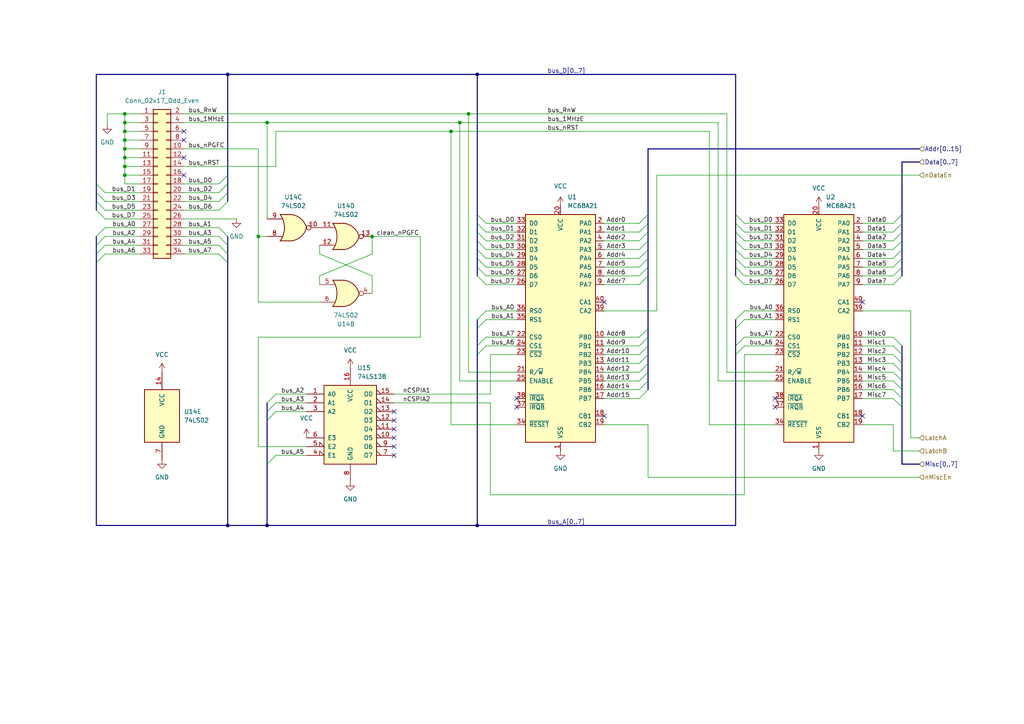
<source format=kicad_sch>
(kicad_sch (version 20211123) (generator eeschema)
  (paper "A4")
  (lib_symbols
    (symbol "74xx:74LS02" (pin_names (offset 1.016))
      (property "Reference" "U" (at 0 1.27 0))
      (property "Value" "74LS02" (at 0 -1.27 0))
      (symbol "74LS02_1_1"
        (arc (start -3.81 -3.81) (mid -2.589 0) (end -3.81 3.81) (stroke (width 0.254)))
        (arc (start -0.6096 -3.81) (mid 2.1842 -2.5851) (end 3.81 0) (stroke (width 0.254)) (fill (type background)))
        (polyline (pts (xy -3.81 -3.81) (xy -0.635 -3.81)) (stroke (width 0.254)) (fill (type background)))
        (polyline (pts (xy -3.81 3.81) (xy -0.635 3.81)) (stroke (width 0.254)) (fill (type background)))
        (polyline (pts (xy -0.635 3.81) (xy -3.81 3.81) (xy -3.81 3.81) (xy -3.556 3.4036) (xy -3.0226 2.2606) (xy -2.6924 1.0414) (xy -2.6162 -0.254) (xy -2.7686 -1.4986) (xy -3.175 -2.7178) (xy -3.81 -3.81) (xy -3.81 -3.81) (xy -0.635 -3.81)) (stroke (width -25.4)) (fill (type background)))
        (arc (start 3.81 0) (mid 2.1915 2.5936) (end -0.6096 3.81) (stroke (width 0.254)) (fill (type background)))
        (pin output inverted (at 7.62 0 180) (length 3.81) (name "~") (number "1"))
        (pin input line (at -7.62 2.54 0) (length 4.318) (name "~") (number "2"))
        (pin input line (at -7.62 -2.54 0) (length 4.318) (name "~") (number "3"))
      )
      (symbol "74LS02_1_2"
        (arc (start 0 -3.81) (mid 3.81 0) (end 0 3.81) (stroke (width 0.254)) (fill (type background)))
        (polyline (pts (xy 0 3.81) (xy -3.81 3.81) (xy -3.81 -3.81) (xy 0 -3.81)) (stroke (width 0.254)) (fill (type background)))
        (pin output line (at 7.62 0 180) (length 3.81) (name "~") (number "1"))
        (pin input inverted (at -7.62 2.54 0) (length 3.81) (name "~") (number "2"))
        (pin input inverted (at -7.62 -2.54 0) (length 3.81) (name "~") (number "3"))
      )
      (symbol "74LS02_2_1"
        (arc (start -3.81 -3.81) (mid -2.589 0) (end -3.81 3.81) (stroke (width 0.254)))
        (arc (start -0.6096 -3.81) (mid 2.1842 -2.5851) (end 3.81 0) (stroke (width 0.254)) (fill (type background)))
        (polyline (pts (xy -3.81 -3.81) (xy -0.635 -3.81)) (stroke (width 0.254)) (fill (type background)))
        (polyline (pts (xy -3.81 3.81) (xy -0.635 3.81)) (stroke (width 0.254)) (fill (type background)))
        (polyline (pts (xy -0.635 3.81) (xy -3.81 3.81) (xy -3.81 3.81) (xy -3.556 3.4036) (xy -3.0226 2.2606) (xy -2.6924 1.0414) (xy -2.6162 -0.254) (xy -2.7686 -1.4986) (xy -3.175 -2.7178) (xy -3.81 -3.81) (xy -3.81 -3.81) (xy -0.635 -3.81)) (stroke (width -25.4)) (fill (type background)))
        (arc (start 3.81 0) (mid 2.1915 2.5936) (end -0.6096 3.81) (stroke (width 0.254)) (fill (type background)))
        (pin output inverted (at 7.62 0 180) (length 3.81) (name "~") (number "4"))
        (pin input line (at -7.62 2.54 0) (length 4.318) (name "~") (number "5"))
        (pin input line (at -7.62 -2.54 0) (length 4.318) (name "~") (number "6"))
      )
      (symbol "74LS02_2_2"
        (arc (start 0 -3.81) (mid 3.81 0) (end 0 3.81) (stroke (width 0.254)) (fill (type background)))
        (polyline (pts (xy 0 3.81) (xy -3.81 3.81) (xy -3.81 -3.81) (xy 0 -3.81)) (stroke (width 0.254)) (fill (type background)))
        (pin output line (at 7.62 0 180) (length 3.81) (name "~") (number "4"))
        (pin input inverted (at -7.62 2.54 0) (length 3.81) (name "~") (number "5"))
        (pin input inverted (at -7.62 -2.54 0) (length 3.81) (name "~") (number "6"))
      )
      (symbol "74LS02_3_1"
        (arc (start -3.81 -3.81) (mid -2.589 0) (end -3.81 3.81) (stroke (width 0.254)))
        (arc (start -0.6096 -3.81) (mid 2.1842 -2.5851) (end 3.81 0) (stroke (width 0.254)) (fill (type background)))
        (polyline (pts (xy -3.81 -3.81) (xy -0.635 -3.81)) (stroke (width 0.254)) (fill (type background)))
        (polyline (pts (xy -3.81 3.81) (xy -0.635 3.81)) (stroke (width 0.254)) (fill (type background)))
        (polyline (pts (xy -0.635 3.81) (xy -3.81 3.81) (xy -3.81 3.81) (xy -3.556 3.4036) (xy -3.0226 2.2606) (xy -2.6924 1.0414) (xy -2.6162 -0.254) (xy -2.7686 -1.4986) (xy -3.175 -2.7178) (xy -3.81 -3.81) (xy -3.81 -3.81) (xy -0.635 -3.81)) (stroke (width -25.4)) (fill (type background)))
        (arc (start 3.81 0) (mid 2.1915 2.5936) (end -0.6096 3.81) (stroke (width 0.254)) (fill (type background)))
        (pin output inverted (at 7.62 0 180) (length 3.81) (name "~") (number "10"))
        (pin input line (at -7.62 2.54 0) (length 4.318) (name "~") (number "8"))
        (pin input line (at -7.62 -2.54 0) (length 4.318) (name "~") (number "9"))
      )
      (symbol "74LS02_3_2"
        (arc (start 0 -3.81) (mid 3.81 0) (end 0 3.81) (stroke (width 0.254)) (fill (type background)))
        (polyline (pts (xy 0 3.81) (xy -3.81 3.81) (xy -3.81 -3.81) (xy 0 -3.81)) (stroke (width 0.254)) (fill (type background)))
        (pin output line (at 7.62 0 180) (length 3.81) (name "~") (number "10"))
        (pin input inverted (at -7.62 2.54 0) (length 3.81) (name "~") (number "8"))
        (pin input inverted (at -7.62 -2.54 0) (length 3.81) (name "~") (number "9"))
      )
      (symbol "74LS02_4_1"
        (arc (start -3.81 -3.81) (mid -2.589 0) (end -3.81 3.81) (stroke (width 0.254)))
        (arc (start -0.6096 -3.81) (mid 2.1842 -2.5851) (end 3.81 0) (stroke (width 0.254)) (fill (type background)))
        (polyline (pts (xy -3.81 -3.81) (xy -0.635 -3.81)) (stroke (width 0.254)) (fill (type background)))
        (polyline (pts (xy -3.81 3.81) (xy -0.635 3.81)) (stroke (width 0.254)) (fill (type background)))
        (polyline (pts (xy -0.635 3.81) (xy -3.81 3.81) (xy -3.81 3.81) (xy -3.556 3.4036) (xy -3.0226 2.2606) (xy -2.6924 1.0414) (xy -2.6162 -0.254) (xy -2.7686 -1.4986) (xy -3.175 -2.7178) (xy -3.81 -3.81) (xy -3.81 -3.81) (xy -0.635 -3.81)) (stroke (width -25.4)) (fill (type background)))
        (arc (start 3.81 0) (mid 2.1915 2.5936) (end -0.6096 3.81) (stroke (width 0.254)) (fill (type background)))
        (pin input line (at -7.62 2.54 0) (length 4.318) (name "~") (number "11"))
        (pin input line (at -7.62 -2.54 0) (length 4.318) (name "~") (number "12"))
        (pin output inverted (at 7.62 0 180) (length 3.81) (name "~") (number "13"))
      )
      (symbol "74LS02_4_2"
        (arc (start 0 -3.81) (mid 3.81 0) (end 0 3.81) (stroke (width 0.254)) (fill (type background)))
        (polyline (pts (xy 0 3.81) (xy -3.81 3.81) (xy -3.81 -3.81) (xy 0 -3.81)) (stroke (width 0.254)) (fill (type background)))
        (pin input inverted (at -7.62 2.54 0) (length 3.81) (name "~") (number "11"))
        (pin input inverted (at -7.62 -2.54 0) (length 3.81) (name "~") (number "12"))
        (pin output line (at 7.62 0 180) (length 3.81) (name "~") (number "13"))
      )
      (symbol "74LS02_5_0"
        (pin power_in line (at 0 12.7 270) (length 5.08) (name "VCC") (number "14"))
        (pin power_in line (at 0 -12.7 90) (length 5.08) (name "GND") (number "7"))
      )
      (symbol "74LS02_5_1"
        (rectangle (start -5.08 7.62) (end 5.08 -7.62) (stroke (width 0.254)) (fill (type background)))
      )
    )
    (symbol "74xx:74LS138" (pin_names (offset 1.016))
      (property "Reference" "U" (at -7.62 11.43 0))
      (property "Value" "74LS138" (at -7.62 -13.97 0))
      (symbol "74LS138_1_0"
        (pin input line (at -12.7 7.62 0) (length 5.08) (name "A0") (number "1"))
        (pin output output_low (at 12.7 -5.08 180) (length 5.08) (name "O5") (number "10"))
        (pin output output_low (at 12.7 -2.54 180) (length 5.08) (name "O4") (number "11"))
        (pin output output_low (at 12.7 0 180) (length 5.08) (name "O3") (number "12"))
        (pin output output_low (at 12.7 2.54 180) (length 5.08) (name "O2") (number "13"))
        (pin output output_low (at 12.7 5.08 180) (length 5.08) (name "O1") (number "14"))
        (pin output output_low (at 12.7 7.62 180) (length 5.08) (name "O0") (number "15"))
        (pin power_in line (at 0 15.24 270) (length 5.08) (name "VCC") (number "16"))
        (pin input line (at -12.7 5.08 0) (length 5.08) (name "A1") (number "2"))
        (pin input line (at -12.7 2.54 0) (length 5.08) (name "A2") (number "3"))
        (pin input input_low (at -12.7 -10.16 0) (length 5.08) (name "E1") (number "4"))
        (pin input input_low (at -12.7 -7.62 0) (length 5.08) (name "E2") (number "5"))
        (pin input line (at -12.7 -5.08 0) (length 5.08) (name "E3") (number "6"))
        (pin output output_low (at 12.7 -10.16 180) (length 5.08) (name "O7") (number "7"))
        (pin power_in line (at 0 -17.78 90) (length 5.08) (name "GND") (number "8"))
        (pin output output_low (at 12.7 -7.62 180) (length 5.08) (name "O6") (number "9"))
      )
      (symbol "74LS138_1_1"
        (rectangle (start -7.62 10.16) (end 7.62 -12.7) (stroke (width 0.254)) (fill (type background)))
      )
    )
    (symbol "Connector_Generic:Conn_02x17_Odd_Even" (pin_names (offset 1.016) hide)
      (property "Reference" "J" (at 1.27 22.86 0))
      (property "Value" "Conn_02x17_Odd_Even" (at 1.27 -22.86 0))
      (symbol "Conn_02x17_Odd_Even_1_1"
        (rectangle (start -1.27 -20.193) (end 0 -20.447) (stroke (width 0.1524)))
        (rectangle (start -1.27 -17.653) (end 0 -17.907) (stroke (width 0.1524)))
        (rectangle (start -1.27 -15.113) (end 0 -15.367) (stroke (width 0.1524)))
        (rectangle (start -1.27 -12.573) (end 0 -12.827) (stroke (width 0.1524)))
        (rectangle (start -1.27 -10.033) (end 0 -10.287) (stroke (width 0.1524)))
        (rectangle (start -1.27 -7.493) (end 0 -7.747) (stroke (width 0.1524)))
        (rectangle (start -1.27 -4.953) (end 0 -5.207) (stroke (width 0.1524)))
        (rectangle (start -1.27 -2.413) (end 0 -2.667) (stroke (width 0.1524)))
        (rectangle (start -1.27 0.127) (end 0 -0.127) (stroke (width 0.1524)))
        (rectangle (start -1.27 2.667) (end 0 2.413) (stroke (width 0.1524)))
        (rectangle (start -1.27 5.207) (end 0 4.953) (stroke (width 0.1524)))
        (rectangle (start -1.27 7.747) (end 0 7.493) (stroke (width 0.1524)))
        (rectangle (start -1.27 10.287) (end 0 10.033) (stroke (width 0.1524)))
        (rectangle (start -1.27 12.827) (end 0 12.573) (stroke (width 0.1524)))
        (rectangle (start -1.27 15.367) (end 0 15.113) (stroke (width 0.1524)))
        (rectangle (start -1.27 17.907) (end 0 17.653) (stroke (width 0.1524)))
        (rectangle (start -1.27 20.447) (end 0 20.193) (stroke (width 0.1524)))
        (rectangle (start -1.27 21.59) (end 3.81 -21.59) (stroke (width 0.254)) (fill (type background)))
        (rectangle (start 3.81 -20.193) (end 2.54 -20.447) (stroke (width 0.1524)))
        (rectangle (start 3.81 -17.653) (end 2.54 -17.907) (stroke (width 0.1524)))
        (rectangle (start 3.81 -15.113) (end 2.54 -15.367) (stroke (width 0.1524)))
        (rectangle (start 3.81 -12.573) (end 2.54 -12.827) (stroke (width 0.1524)))
        (rectangle (start 3.81 -10.033) (end 2.54 -10.287) (stroke (width 0.1524)))
        (rectangle (start 3.81 -7.493) (end 2.54 -7.747) (stroke (width 0.1524)))
        (rectangle (start 3.81 -4.953) (end 2.54 -5.207) (stroke (width 0.1524)))
        (rectangle (start 3.81 -2.413) (end 2.54 -2.667) (stroke (width 0.1524)))
        (rectangle (start 3.81 0.127) (end 2.54 -0.127) (stroke (width 0.1524)))
        (rectangle (start 3.81 2.667) (end 2.54 2.413) (stroke (width 0.1524)))
        (rectangle (start 3.81 5.207) (end 2.54 4.953) (stroke (width 0.1524)))
        (rectangle (start 3.81 7.747) (end 2.54 7.493) (stroke (width 0.1524)))
        (rectangle (start 3.81 10.287) (end 2.54 10.033) (stroke (width 0.1524)))
        (rectangle (start 3.81 12.827) (end 2.54 12.573) (stroke (width 0.1524)))
        (rectangle (start 3.81 15.367) (end 2.54 15.113) (stroke (width 0.1524)))
        (rectangle (start 3.81 17.907) (end 2.54 17.653) (stroke (width 0.1524)))
        (rectangle (start 3.81 20.447) (end 2.54 20.193) (stroke (width 0.1524)))
        (pin passive line (at -5.08 20.32 0) (length 3.81) (name "Pin_1") (number "1"))
        (pin passive line (at 7.62 10.16 180) (length 3.81) (name "Pin_10") (number "10"))
        (pin passive line (at -5.08 7.62 0) (length 3.81) (name "Pin_11") (number "11"))
        (pin passive line (at 7.62 7.62 180) (length 3.81) (name "Pin_12") (number "12"))
        (pin passive line (at -5.08 5.08 0) (length 3.81) (name "Pin_13") (number "13"))
        (pin passive line (at 7.62 5.08 180) (length 3.81) (name "Pin_14") (number "14"))
        (pin passive line (at -5.08 2.54 0) (length 3.81) (name "Pin_15") (number "15"))
        (pin passive line (at 7.62 2.54 180) (length 3.81) (name "Pin_16") (number "16"))
        (pin passive line (at -5.08 0 0) (length 3.81) (name "Pin_17") (number "17"))
        (pin passive line (at 7.62 0 180) (length 3.81) (name "Pin_18") (number "18"))
        (pin passive line (at -5.08 -2.54 0) (length 3.81) (name "Pin_19") (number "19"))
        (pin passive line (at 7.62 20.32 180) (length 3.81) (name "Pin_2") (number "2"))
        (pin passive line (at 7.62 -2.54 180) (length 3.81) (name "Pin_20") (number "20"))
        (pin passive line (at -5.08 -5.08 0) (length 3.81) (name "Pin_21") (number "21"))
        (pin passive line (at 7.62 -5.08 180) (length 3.81) (name "Pin_22") (number "22"))
        (pin passive line (at -5.08 -7.62 0) (length 3.81) (name "Pin_23") (number "23"))
        (pin passive line (at 7.62 -7.62 180) (length 3.81) (name "Pin_24") (number "24"))
        (pin passive line (at -5.08 -10.16 0) (length 3.81) (name "Pin_25") (number "25"))
        (pin passive line (at 7.62 -10.16 180) (length 3.81) (name "Pin_26") (number "26"))
        (pin passive line (at -5.08 -12.7 0) (length 3.81) (name "Pin_27") (number "27"))
        (pin passive line (at 7.62 -12.7 180) (length 3.81) (name "Pin_28") (number "28"))
        (pin passive line (at -5.08 -15.24 0) (length 3.81) (name "Pin_29") (number "29"))
        (pin passive line (at -5.08 17.78 0) (length 3.81) (name "Pin_3") (number "3"))
        (pin passive line (at 7.62 -15.24 180) (length 3.81) (name "Pin_30") (number "30"))
        (pin passive line (at -5.08 -17.78 0) (length 3.81) (name "Pin_31") (number "31"))
        (pin passive line (at 7.62 -17.78 180) (length 3.81) (name "Pin_32") (number "32"))
        (pin passive line (at -5.08 -20.32 0) (length 3.81) (name "Pin_33") (number "33"))
        (pin passive line (at 7.62 -20.32 180) (length 3.81) (name "Pin_34") (number "34"))
        (pin passive line (at 7.62 17.78 180) (length 3.81) (name "Pin_4") (number "4"))
        (pin passive line (at -5.08 15.24 0) (length 3.81) (name "Pin_5") (number "5"))
        (pin passive line (at 7.62 15.24 180) (length 3.81) (name "Pin_6") (number "6"))
        (pin passive line (at -5.08 12.7 0) (length 3.81) (name "Pin_7") (number "7"))
        (pin passive line (at 7.62 12.7 180) (length 3.81) (name "Pin_8") (number "8"))
        (pin passive line (at -5.08 10.16 0) (length 3.81) (name "Pin_9") (number "9"))
      )
    )
    (symbol "Interface:MC68A21" (pin_names (offset 1.016))
      (property "Reference" "U" (at -7.62 34.29 0))
      (property "Value" "MC68A21" (at 10.16 34.29 0))
      (symbol "MC68A21_0_1"
        (rectangle (start -10.16 -33.02) (end 10.16 33.02) (stroke (width 0.254)) (fill (type background)))
      )
      (symbol "MC68A21_1_1"
        (pin power_in line (at 0 -35.56 90) (length 2.54) (name "VSS") (number "1"))
        (pin bidirectional line (at 12.7 -2.54 180) (length 2.54) (name "PB0") (number "10"))
        (pin bidirectional line (at 12.7 -5.08 180) (length 2.54) (name "PB1") (number "11"))
        (pin bidirectional line (at 12.7 -7.62 180) (length 2.54) (name "PB2") (number "12"))
        (pin bidirectional line (at 12.7 -10.16 180) (length 2.54) (name "PB3") (number "13"))
        (pin bidirectional line (at 12.7 -12.7 180) (length 2.54) (name "PB4") (number "14"))
        (pin bidirectional line (at 12.7 -15.24 180) (length 2.54) (name "PB5") (number "15"))
        (pin bidirectional line (at 12.7 -17.78 180) (length 2.54) (name "PB6") (number "16"))
        (pin bidirectional line (at 12.7 -20.32 180) (length 2.54) (name "PB7") (number "17"))
        (pin input line (at 12.7 -25.4 180) (length 2.54) (name "CB1") (number "18"))
        (pin bidirectional line (at 12.7 -27.94 180) (length 2.54) (name "CB2") (number "19"))
        (pin bidirectional line (at 12.7 30.48 180) (length 2.54) (name "PA0") (number "2"))
        (pin power_in line (at 0 35.56 270) (length 2.54) (name "VCC") (number "20"))
        (pin input line (at -12.7 -12.7 0) (length 2.54) (name "R/~{W}") (number "21"))
        (pin input line (at -12.7 -2.54 0) (length 2.54) (name "CS0") (number "22"))
        (pin input line (at -12.7 -7.62 0) (length 2.54) (name "~{CS2}") (number "23"))
        (pin input line (at -12.7 -5.08 0) (length 2.54) (name "CS1") (number "24"))
        (pin input line (at -12.7 -15.24 0) (length 2.54) (name "ENABLE") (number "25"))
        (pin bidirectional line (at -12.7 12.7 0) (length 2.54) (name "D7") (number "26"))
        (pin bidirectional line (at -12.7 15.24 0) (length 2.54) (name "D6") (number "27"))
        (pin bidirectional line (at -12.7 17.78 0) (length 2.54) (name "D5") (number "28"))
        (pin bidirectional line (at -12.7 20.32 0) (length 2.54) (name "D4") (number "29"))
        (pin bidirectional line (at 12.7 27.94 180) (length 2.54) (name "PA1") (number "3"))
        (pin bidirectional line (at -12.7 22.86 0) (length 2.54) (name "D3") (number "30"))
        (pin bidirectional line (at -12.7 25.4 0) (length 2.54) (name "D2") (number "31"))
        (pin bidirectional line (at -12.7 27.94 0) (length 2.54) (name "D1") (number "32"))
        (pin bidirectional line (at -12.7 30.48 0) (length 2.54) (name "D0") (number "33"))
        (pin input line (at -12.7 -27.94 0) (length 2.54) (name "~{RESET}") (number "34"))
        (pin input line (at -12.7 2.54 0) (length 2.54) (name "RS1") (number "35"))
        (pin input line (at -12.7 5.08 0) (length 2.54) (name "RS0") (number "36"))
        (pin open_collector line (at -12.7 -22.86 0) (length 2.54) (name "~{IRQB}") (number "37"))
        (pin open_collector line (at -12.7 -20.32 0) (length 2.54) (name "~{IRQA}") (number "38"))
        (pin bidirectional line (at 12.7 5.08 180) (length 2.54) (name "CA2") (number "39"))
        (pin bidirectional line (at 12.7 25.4 180) (length 2.54) (name "PA2") (number "4"))
        (pin input line (at 12.7 7.62 180) (length 2.54) (name "CA1") (number "40"))
        (pin bidirectional line (at 12.7 22.86 180) (length 2.54) (name "PA3") (number "5"))
        (pin bidirectional line (at 12.7 20.32 180) (length 2.54) (name "PA4") (number "6"))
        (pin bidirectional line (at 12.7 17.78 180) (length 2.54) (name "PA5") (number "7"))
        (pin bidirectional line (at 12.7 15.24 180) (length 2.54) (name "PA6") (number "8"))
        (pin bidirectional line (at 12.7 12.7 180) (length 2.54) (name "PA7") (number "9"))
      )
    )
    (symbol "power:GND" (power) (pin_names (offset 0))
      (property "Value" "GND" (at 0 -3.81 0))
      (symbol "GND_0_1"
        (polyline (pts (xy 0 0) (xy 0 -1.27) (xy 1.27 -1.27) (xy 0 -2.54) (xy -1.27 -1.27) (xy 0 -1.27)))
      )
      (symbol "GND_1_1"
        (pin power_in line (at 0 0 270) (length 0) hide (name "GND") (number "1"))
      )
    )
    (symbol "power:VCC" (power) (pin_names (offset 0))
      (property "Value" "VCC" (at 0 3.81 0))
      (symbol "VCC_0_1"
        (polyline (pts (xy -0.762 1.27) (xy 0 2.54)))
        (polyline (pts (xy 0 0) (xy 0 2.54)))
        (polyline (pts (xy 0 2.54) (xy 0.762 1.27)))
      )
      (symbol "VCC_1_1"
        (pin power_in line (at 0 0 90) (length 0) hide (name "VCC") (number "1"))
      )
    )
  )
  (junction (at 36.195 38.1))
  (junction (at 36.195 50.8))
  (junction (at 107.95 68.58))
  (junction (at 66.04 21.59))
  (junction (at 130.81 38.1))
  (junction (at 36.195 48.26))
  (junction (at 135.89 33.02))
  (junction (at 36.195 40.64))
  (junction (at 66.04 152.4))
  (junction (at 74.93 68.58))
  (junction (at 138.43 21.59))
  (junction (at 36.195 35.56))
  (junction (at 138.43 152.4))
  (junction (at 77.47 152.4))
  (junction (at 133.35 35.56))
  (junction (at 36.195 45.72))
  (junction (at 36.195 43.18))
  (junction (at 77.47 35.56))
  (junction (at 36.195 33.02))
  (no_connect (at 53.34 45.72))
  (no_connect (at 149.86 115.57))
  (no_connect (at 175.26 87.63))
  (no_connect (at 149.86 118.11))
  (no_connect (at 114.3 121.92))
  (no_connect (at 53.34 38.1))
  (no_connect (at 53.34 50.8))
  (no_connect (at 114.3 127))
  (no_connect (at 224.79 118.11))
  (no_connect (at 114.3 119.38))
  (no_connect (at 114.3 132.08))
  (no_connect (at 114.3 124.46))
  (no_connect (at 250.19 87.63))
  (no_connect (at 114.3 129.54))
  (no_connect (at 224.79 115.57))
  (no_connect (at 53.34 40.64))
  (no_connect (at 175.26 120.65))
  (no_connect (at 250.19 120.65))
  (bus_entry (at 213.36 80.01) (size 2.54 2.54))
  (bus_entry (at 187.96 113.03) (size -2.54 2.54))
  (bus_entry (at 27.94 73.66) (size 2.54 -2.54))
  (bus_entry (at 27.94 76.2) (size 2.54 -2.54))
  (bus_entry (at 213.36 100.33) (size 2.54 -2.54))
  (bus_entry (at 138.43 80.01) (size 2.54 2.54))
  (bus_entry (at 187.96 72.39) (size -2.54 2.54))
  (bus_entry (at 77.47 121.92) (size 2.54 -2.54))
  (bus_entry (at 187.96 74.93) (size -2.54 2.54))
  (bus_entry (at 213.36 74.93) (size 2.54 2.54))
  (bus_entry (at 138.43 72.39) (size 2.54 2.54))
  (bus_entry (at 187.96 107.95) (size -2.54 2.54))
  (bus_entry (at 213.36 95.25) (size 2.54 -2.54))
  (bus_entry (at 138.43 102.87) (size 2.54 -2.54))
  (bus_entry (at 261.62 77.47) (size -2.54 2.54))
  (bus_entry (at 66.04 73.66) (size -2.54 -2.54))
  (bus_entry (at 187.96 95.25) (size -2.54 2.54))
  (bus_entry (at 213.36 64.77) (size 2.54 2.54))
  (bus_entry (at 261.62 110.49) (size -2.54 -2.54))
  (bus_entry (at 261.62 115.57) (size -2.54 -2.54))
  (bus_entry (at 261.62 118.11) (size -2.54 -2.54))
  (bus_entry (at 261.62 74.93) (size -2.54 2.54))
  (bus_entry (at 187.96 110.49) (size -2.54 2.54))
  (bus_entry (at 213.36 67.31) (size 2.54 2.54))
  (bus_entry (at 187.96 62.23) (size -2.54 2.54))
  (bus_entry (at 66.04 68.58) (size -2.54 -2.54))
  (bus_entry (at 261.62 80.01) (size -2.54 2.54))
  (bus_entry (at 261.62 113.03) (size -2.54 -2.54))
  (bus_entry (at 213.36 92.71) (size 2.54 -2.54))
  (bus_entry (at 138.43 77.47) (size 2.54 2.54))
  (bus_entry (at 187.96 64.77) (size -2.54 2.54))
  (bus_entry (at 261.62 69.85) (size -2.54 2.54))
  (bus_entry (at 187.96 80.01) (size -2.54 2.54))
  (bus_entry (at 213.36 102.87) (size 2.54 -2.54))
  (bus_entry (at 138.43 62.23) (size 2.54 2.54))
  (bus_entry (at 66.04 50.8) (size -2.54 2.54))
  (bus_entry (at 187.96 77.47) (size -2.54 2.54))
  (bus_entry (at 27.94 55.88) (size 2.54 2.54))
  (bus_entry (at 213.36 72.39) (size 2.54 2.54))
  (bus_entry (at 187.96 102.87) (size -2.54 2.54))
  (bus_entry (at 261.62 107.95) (size -2.54 -2.54))
  (bus_entry (at 66.04 55.88) (size -2.54 2.54))
  (bus_entry (at 27.94 58.42) (size 2.54 2.54))
  (bus_entry (at 261.62 64.77) (size -2.54 2.54))
  (bus_entry (at 77.47 116.84) (size 2.54 -2.54))
  (bus_entry (at 138.43 95.25) (size 2.54 -2.54))
  (bus_entry (at 27.94 71.12) (size 2.54 -2.54))
  (bus_entry (at 138.43 74.93) (size 2.54 2.54))
  (bus_entry (at 187.96 100.33) (size -2.54 2.54))
  (bus_entry (at 77.47 134.62) (size 2.54 -2.54))
  (bus_entry (at 66.04 53.34) (size -2.54 2.54))
  (bus_entry (at 138.43 69.85) (size 2.54 2.54))
  (bus_entry (at 261.62 100.33) (size -2.54 -2.54))
  (bus_entry (at 138.43 67.31) (size 2.54 2.54))
  (bus_entry (at 261.62 72.39) (size -2.54 2.54))
  (bus_entry (at 66.04 58.42) (size -2.54 2.54))
  (bus_entry (at 66.04 71.12) (size -2.54 -2.54))
  (bus_entry (at 213.36 77.47) (size 2.54 2.54))
  (bus_entry (at 261.62 102.87) (size -2.54 -2.54))
  (bus_entry (at 77.47 119.38) (size 2.54 -2.54))
  (bus_entry (at 27.94 68.58) (size 2.54 -2.54))
  (bus_entry (at 187.96 67.31) (size -2.54 2.54))
  (bus_entry (at 261.62 105.41) (size -2.54 -2.54))
  (bus_entry (at 261.62 67.31) (size -2.54 2.54))
  (bus_entry (at 187.96 105.41) (size -2.54 2.54))
  (bus_entry (at 213.36 69.85) (size 2.54 2.54))
  (bus_entry (at 213.36 62.23) (size 2.54 2.54))
  (bus_entry (at 138.43 92.71) (size 2.54 -2.54))
  (bus_entry (at 261.62 62.23) (size -2.54 2.54))
  (bus_entry (at 187.96 69.85) (size -2.54 2.54))
  (bus_entry (at 138.43 64.77) (size 2.54 2.54))
  (bus_entry (at 27.94 53.34) (size 2.54 2.54))
  (bus_entry (at 27.94 60.96) (size 2.54 2.54))
  (bus_entry (at 138.43 100.33) (size 2.54 -2.54))
  (bus_entry (at 66.04 76.2) (size -2.54 -2.54))
  (bus_entry (at 187.96 97.79) (size -2.54 2.54))
  (wire (pts (xy 190.5 50.8) (xy 266.7 50.8)))
  (wire (pts (xy 185.42 100.33) (xy 175.26 100.33)))
  (bus (pts (xy 138.43 102.87) (xy 138.43 152.4)))
  (wire (pts (xy 92.71 71.12) (xy 92.71 73.66)))
  (wire (pts (xy 185.42 72.39) (xy 175.26 72.39)))
  (wire (pts (xy 215.9 74.93) (xy 224.79 74.93)))
  (bus (pts (xy 261.62 105.41) (xy 261.62 107.95)))
  (bus (pts (xy 261.62 72.39) (xy 261.62 69.85)))
  (wire (pts (xy 205.74 38.1) (xy 205.74 123.19)))
  (bus (pts (xy 77.47 119.38) (xy 77.47 121.92)))
  (bus (pts (xy 187.96 100.33) (xy 187.96 97.79)))
  (wire (pts (xy 77.47 35.56) (xy 77.47 63.5)))
  (wire (pts (xy 63.5 53.34) (xy 53.34 53.34)))
  (bus (pts (xy 261.62 113.03) (xy 261.62 115.57)))
  (wire (pts (xy 185.42 102.87) (xy 175.26 102.87)))
  (bus (pts (xy 261.62 69.85) (xy 261.62 67.31)))
  (bus (pts (xy 66.04 55.88) (xy 66.04 53.34)))
  (bus (pts (xy 77.47 134.62) (xy 77.47 152.4)))
  (wire (pts (xy 77.47 35.56) (xy 133.35 35.56)))
  (wire (pts (xy 264.16 90.17) (xy 250.19 90.17)))
  (wire (pts (xy 215.9 102.87) (xy 224.79 102.87)))
  (wire (pts (xy 140.97 77.47) (xy 149.86 77.47)))
  (wire (pts (xy 142.24 143.51) (xy 215.9 143.51)))
  (bus (pts (xy 27.94 71.12) (xy 27.94 73.66)))
  (wire (pts (xy 30.48 63.5) (xy 40.64 63.5)))
  (wire (pts (xy 208.28 110.49) (xy 224.79 110.49)))
  (bus (pts (xy 261.62 107.95) (xy 261.62 110.49)))
  (wire (pts (xy 53.34 33.02) (xy 135.89 33.02)))
  (wire (pts (xy 74.93 68.58) (xy 74.93 87.63)))
  (bus (pts (xy 187.96 80.01) (xy 187.96 95.25)))
  (wire (pts (xy 30.48 71.12) (xy 40.64 71.12)))
  (bus (pts (xy 66.04 53.34) (xy 66.04 50.8)))
  (wire (pts (xy 36.195 53.34) (xy 36.195 50.8)))
  (wire (pts (xy 259.08 64.77) (xy 250.19 64.77)))
  (wire (pts (xy 114.3 116.84) (xy 142.24 116.84)))
  (wire (pts (xy 259.08 67.31) (xy 250.19 67.31)))
  (bus (pts (xy 261.62 77.47) (xy 261.62 74.93)))
  (bus (pts (xy 213.36 64.77) (xy 213.36 62.23)))
  (wire (pts (xy 142.24 116.84) (xy 142.24 143.51)))
  (bus (pts (xy 187.96 67.31) (xy 187.96 64.77)))
  (wire (pts (xy 63.5 68.58) (xy 53.34 68.58)))
  (bus (pts (xy 213.36 95.25) (xy 213.36 100.33)))
  (bus (pts (xy 138.43 74.93) (xy 138.43 72.39)))
  (bus (pts (xy 213.36 92.71) (xy 213.36 95.25)))
  (wire (pts (xy 259.08 74.93) (xy 250.19 74.93)))
  (wire (pts (xy 80.01 38.1) (xy 80.01 48.26)))
  (bus (pts (xy 187.96 80.01) (xy 187.96 77.47)))
  (wire (pts (xy 130.81 38.1) (xy 205.74 38.1)))
  (bus (pts (xy 138.43 92.71) (xy 138.43 95.25)))
  (bus (pts (xy 27.94 58.42) (xy 27.94 60.96)))
  (wire (pts (xy 259.08 100.33) (xy 250.19 100.33)))
  (bus (pts (xy 27.94 68.58) (xy 27.94 71.12)))
  (wire (pts (xy 63.5 58.42) (xy 53.34 58.42)))
  (bus (pts (xy 138.43 21.59) (xy 213.36 21.59)))
  (bus (pts (xy 187.96 74.93) (xy 187.96 72.39)))
  (bus (pts (xy 187.96 62.23) (xy 187.96 43.18)))
  (wire (pts (xy 259.08 105.41) (xy 250.19 105.41)))
  (wire (pts (xy 185.42 74.93) (xy 175.26 74.93)))
  (wire (pts (xy 107.95 80.01) (xy 107.95 85.09)))
  (wire (pts (xy 36.195 43.18) (xy 36.195 45.72)))
  (wire (pts (xy 149.86 110.49) (xy 133.35 110.49)))
  (bus (pts (xy 187.96 102.87) (xy 187.96 100.33)))
  (wire (pts (xy 74.93 68.58) (xy 77.47 68.58)))
  (wire (pts (xy 107.95 68.58) (xy 107.95 73.66)))
  (bus (pts (xy 187.96 72.39) (xy 187.96 69.85)))
  (wire (pts (xy 185.42 80.01) (xy 175.26 80.01)))
  (bus (pts (xy 27.94 76.2) (xy 27.94 152.4)))
  (bus (pts (xy 261.62 110.49) (xy 261.62 113.03)))
  (bus (pts (xy 77.47 116.84) (xy 77.47 119.38)))
  (bus (pts (xy 27.94 21.59) (xy 27.94 53.34)))
  (wire (pts (xy 215.9 64.77) (xy 224.79 64.77)))
  (wire (pts (xy 187.96 138.43) (xy 266.7 138.43)))
  (wire (pts (xy 185.42 110.49) (xy 175.26 110.49)))
  (bus (pts (xy 138.43 77.47) (xy 138.43 74.93)))
  (wire (pts (xy 259.08 82.55) (xy 250.19 82.55)))
  (wire (pts (xy 36.195 48.26) (xy 40.64 48.26)))
  (bus (pts (xy 138.43 67.31) (xy 138.43 64.77)))
  (wire (pts (xy 135.89 107.95) (xy 149.86 107.95)))
  (bus (pts (xy 261.62 74.93) (xy 261.62 72.39)))
  (bus (pts (xy 66.04 152.4) (xy 77.47 152.4)))
  (bus (pts (xy 27.94 73.66) (xy 27.94 76.2)))
  (wire (pts (xy 142.24 102.87) (xy 142.24 114.3)))
  (bus (pts (xy 66.04 58.42) (xy 66.04 55.88)))
  (wire (pts (xy 30.48 55.88) (xy 40.64 55.88)))
  (wire (pts (xy 215.9 69.85) (xy 224.79 69.85)))
  (wire (pts (xy 40.64 53.34) (xy 36.195 53.34)))
  (wire (pts (xy 259.08 97.79) (xy 250.19 97.79)))
  (wire (pts (xy 53.34 35.56) (xy 77.47 35.56)))
  (wire (pts (xy 140.97 90.17) (xy 149.86 90.17)))
  (wire (pts (xy 190.5 90.17) (xy 175.26 90.17)))
  (wire (pts (xy 40.64 33.02) (xy 36.195 33.02)))
  (bus (pts (xy 261.62 100.33) (xy 261.62 102.87)))
  (wire (pts (xy 36.195 35.56) (xy 36.195 38.1)))
  (bus (pts (xy 27.94 53.34) (xy 27.94 55.88)))
  (bus (pts (xy 213.36 100.33) (xy 213.36 102.87)))
  (bus (pts (xy 261.62 134.62) (xy 261.62 118.11)))
  (wire (pts (xy 121.92 97.79) (xy 121.92 68.58)))
  (wire (pts (xy 259.08 130.81) (xy 266.7 130.81)))
  (wire (pts (xy 215.9 67.31) (xy 224.79 67.31)))
  (wire (pts (xy 30.48 58.42) (xy 40.64 58.42)))
  (wire (pts (xy 185.42 77.47) (xy 175.26 77.47)))
  (wire (pts (xy 215.9 102.87) (xy 215.9 143.51)))
  (wire (pts (xy 259.08 123.19) (xy 250.19 123.19)))
  (bus (pts (xy 213.36 67.31) (xy 213.36 64.77)))
  (wire (pts (xy 187.96 123.19) (xy 187.96 138.43)))
  (bus (pts (xy 187.96 110.49) (xy 187.96 107.95)))
  (wire (pts (xy 80.01 114.3) (xy 88.9 114.3)))
  (wire (pts (xy 215.9 72.39) (xy 224.79 72.39)))
  (wire (pts (xy 259.08 102.87) (xy 250.19 102.87)))
  (wire (pts (xy 215.9 77.47) (xy 224.79 77.47)))
  (bus (pts (xy 187.96 95.25) (xy 187.96 97.79)))
  (wire (pts (xy 36.195 33.02) (xy 36.195 35.56)))
  (wire (pts (xy 215.9 82.55) (xy 224.79 82.55)))
  (wire (pts (xy 130.81 38.1) (xy 80.01 38.1)))
  (wire (pts (xy 140.97 100.33) (xy 149.86 100.33)))
  (bus (pts (xy 187.96 77.47) (xy 187.96 74.93)))
  (bus (pts (xy 138.43 72.39) (xy 138.43 69.85)))
  (bus (pts (xy 187.96 105.41) (xy 187.96 102.87)))
  (wire (pts (xy 63.5 71.12) (xy 53.34 71.12)))
  (bus (pts (xy 261.62 102.87) (xy 261.62 105.41)))
  (bus (pts (xy 261.62 67.31) (xy 261.62 64.77)))
  (wire (pts (xy 185.42 107.95) (xy 175.26 107.95)))
  (wire (pts (xy 259.08 107.95) (xy 250.19 107.95)))
  (wire (pts (xy 63.5 55.88) (xy 53.34 55.88)))
  (wire (pts (xy 185.42 69.85) (xy 175.26 69.85)))
  (bus (pts (xy 261.62 80.01) (xy 261.62 77.47)))
  (wire (pts (xy 133.35 35.56) (xy 133.35 110.49)))
  (wire (pts (xy 114.3 114.3) (xy 142.24 114.3)))
  (wire (pts (xy 36.195 33.02) (xy 31.115 33.02)))
  (bus (pts (xy 213.36 72.39) (xy 213.36 69.85)))
  (wire (pts (xy 130.81 123.19) (xy 149.86 123.19)))
  (bus (pts (xy 66.04 21.59) (xy 66.04 50.8)))
  (wire (pts (xy 36.195 40.64) (xy 40.64 40.64)))
  (wire (pts (xy 175.26 123.19) (xy 187.96 123.19)))
  (wire (pts (xy 63.5 73.66) (xy 53.34 73.66)))
  (wire (pts (xy 40.64 38.1) (xy 36.195 38.1)))
  (wire (pts (xy 140.97 69.85) (xy 149.86 69.85)))
  (wire (pts (xy 185.42 67.31) (xy 175.26 67.31)))
  (wire (pts (xy 149.86 102.87) (xy 142.24 102.87)))
  (bus (pts (xy 213.36 80.01) (xy 213.36 77.47)))
  (wire (pts (xy 36.195 43.18) (xy 40.64 43.18)))
  (bus (pts (xy 138.43 100.33) (xy 138.43 102.87)))
  (bus (pts (xy 138.43 152.4) (xy 213.36 152.4)))
  (bus (pts (xy 261.62 118.11) (xy 261.62 115.57)))
  (wire (pts (xy 259.08 69.85) (xy 250.19 69.85)))
  (wire (pts (xy 135.89 33.02) (xy 135.89 107.95)))
  (wire (pts (xy 36.195 40.64) (xy 36.195 43.18)))
  (wire (pts (xy 259.08 80.01) (xy 250.19 80.01)))
  (bus (pts (xy 77.47 121.92) (xy 77.47 134.62)))
  (bus (pts (xy 261.62 62.23) (xy 261.62 46.99)))
  (wire (pts (xy 30.48 66.04) (xy 40.64 66.04)))
  (bus (pts (xy 213.36 21.59) (xy 213.36 62.23)))
  (bus (pts (xy 213.36 102.87) (xy 213.36 152.4)))
  (wire (pts (xy 63.5 66.04) (xy 53.34 66.04)))
  (wire (pts (xy 185.42 113.03) (xy 175.26 113.03)))
  (wire (pts (xy 185.42 97.79) (xy 175.26 97.79)))
  (bus (pts (xy 27.94 152.4) (xy 66.04 152.4)))
  (wire (pts (xy 31.115 33.02) (xy 31.115 36.195)))
  (wire (pts (xy 53.34 48.26) (xy 80.01 48.26)))
  (wire (pts (xy 215.9 100.33) (xy 224.79 100.33)))
  (wire (pts (xy 74.93 97.79) (xy 121.92 97.79)))
  (wire (pts (xy 88.9 129.54) (xy 74.93 129.54)))
  (wire (pts (xy 80.01 132.08) (xy 88.9 132.08)))
  (bus (pts (xy 138.43 95.25) (xy 138.43 100.33)))
  (wire (pts (xy 259.08 130.81) (xy 259.08 123.19)))
  (wire (pts (xy 259.08 110.49) (xy 250.19 110.49)))
  (bus (pts (xy 213.36 69.85) (xy 213.36 67.31)))
  (wire (pts (xy 36.195 35.56) (xy 40.64 35.56)))
  (wire (pts (xy 208.28 110.49) (xy 208.28 35.56)))
  (bus (pts (xy 187.96 64.77) (xy 187.96 62.23)))
  (wire (pts (xy 140.97 80.01) (xy 149.86 80.01)))
  (bus (pts (xy 66.04 71.12) (xy 66.04 73.66)))
  (wire (pts (xy 133.35 35.56) (xy 208.28 35.56)))
  (wire (pts (xy 140.97 97.79) (xy 149.86 97.79)))
  (wire (pts (xy 53.34 60.96) (xy 63.5 60.96)))
  (bus (pts (xy 187.96 107.95) (xy 187.96 105.41)))
  (bus (pts (xy 77.47 152.4) (xy 138.43 152.4)))
  (wire (pts (xy 259.08 115.57) (xy 250.19 115.57)))
  (wire (pts (xy 30.48 73.66) (xy 40.64 73.66)))
  (bus (pts (xy 187.96 69.85) (xy 187.96 67.31)))
  (bus (pts (xy 66.04 21.59) (xy 138.43 21.59)))
  (wire (pts (xy 259.08 77.47) (xy 250.19 77.47)))
  (bus (pts (xy 261.62 64.77) (xy 261.62 62.23)))
  (wire (pts (xy 215.9 92.71) (xy 224.79 92.71)))
  (wire (pts (xy 185.42 82.55) (xy 175.26 82.55)))
  (wire (pts (xy 92.71 80.01) (xy 92.71 82.55)))
  (wire (pts (xy 215.9 97.79) (xy 224.79 97.79)))
  (wire (pts (xy 80.01 116.84) (xy 88.9 116.84)))
  (wire (pts (xy 74.93 43.18) (xy 53.34 43.18)))
  (bus (pts (xy 213.36 77.47) (xy 213.36 74.93)))
  (wire (pts (xy 92.71 73.66) (xy 107.95 80.01)))
  (wire (pts (xy 36.195 45.72) (xy 36.195 48.26)))
  (bus (pts (xy 138.43 21.59) (xy 138.43 62.23)))
  (wire (pts (xy 53.34 63.5) (xy 68.58 63.5)))
  (wire (pts (xy 130.81 38.1) (xy 130.81 123.19)))
  (wire (pts (xy 140.97 64.77) (xy 149.86 64.77)))
  (wire (pts (xy 36.195 38.1) (xy 36.195 40.64)))
  (wire (pts (xy 140.97 72.39) (xy 149.86 72.39)))
  (wire (pts (xy 74.93 87.63) (xy 92.71 87.63)))
  (wire (pts (xy 36.195 48.26) (xy 36.195 50.8)))
  (wire (pts (xy 135.89 33.02) (xy 210.82 33.02)))
  (wire (pts (xy 74.93 43.18) (xy 74.93 68.58)))
  (wire (pts (xy 264.16 127) (xy 266.7 127)))
  (bus (pts (xy 66.04 76.2) (xy 66.04 152.4)))
  (bus (pts (xy 261.62 46.99) (xy 266.7 46.99)))
  (wire (pts (xy 185.42 105.41) (xy 175.26 105.41)))
  (wire (pts (xy 140.97 74.93) (xy 149.86 74.93)))
  (bus (pts (xy 261.62 134.62) (xy 266.7 134.62)))
  (wire (pts (xy 30.48 68.58) (xy 40.64 68.58)))
  (wire (pts (xy 74.93 129.54) (xy 74.93 97.79)))
  (wire (pts (xy 185.42 64.77) (xy 175.26 64.77)))
  (bus (pts (xy 187.96 43.18) (xy 266.7 43.18)))
  (wire (pts (xy 259.08 113.03) (xy 250.19 113.03)))
  (wire (pts (xy 190.5 50.8) (xy 190.5 90.17)))
  (bus (pts (xy 138.43 64.77) (xy 138.43 62.23)))
  (bus (pts (xy 138.43 80.01) (xy 138.43 77.47)))
  (bus (pts (xy 27.94 55.88) (xy 27.94 58.42)))
  (wire (pts (xy 215.9 90.17) (xy 224.79 90.17)))
  (wire (pts (xy 259.08 72.39) (xy 250.19 72.39)))
  (wire (pts (xy 224.79 123.19) (xy 205.74 123.19)))
  (wire (pts (xy 36.195 50.8) (xy 40.64 50.8)))
  (bus (pts (xy 187.96 113.03) (xy 187.96 110.49)))
  (wire (pts (xy 36.195 45.72) (xy 40.64 45.72)))
  (wire (pts (xy 140.97 92.71) (xy 149.86 92.71)))
  (wire (pts (xy 80.01 119.38) (xy 88.9 119.38)))
  (wire (pts (xy 264.16 127) (xy 264.16 90.17)))
  (bus (pts (xy 66.04 73.66) (xy 66.04 76.2)))
  (wire (pts (xy 215.9 80.01) (xy 224.79 80.01)))
  (bus (pts (xy 138.43 69.85) (xy 138.43 67.31)))
  (wire (pts (xy 107.95 68.58) (xy 121.92 68.58)))
  (wire (pts (xy 210.82 33.02) (xy 210.82 107.95)))
  (wire (pts (xy 140.97 67.31) (xy 149.86 67.31)))
  (bus (pts (xy 66.04 68.58) (xy 66.04 71.12)))
  (bus (pts (xy 27.94 21.59) (xy 66.04 21.59)))
  (bus (pts (xy 213.36 74.93) (xy 213.36 72.39)))
  (wire (pts (xy 92.71 80.01) (xy 107.95 73.66)))
  (wire (pts (xy 185.42 115.57) (xy 175.26 115.57)))
  (wire (pts (xy 140.97 82.55) (xy 149.86 82.55)))
  (wire (pts (xy 210.82 107.95) (xy 224.79 107.95)))
  (wire (pts (xy 30.48 60.96) (xy 40.64 60.96)))
  (label "bus_D4" (at 54.61 58.42 0))
  (label "bus_A7" (at 224.155 97.79 180))
  (label "bus_A[0..7]" (at 158.75 152.4 0))
  (label "bus_D2" (at 54.61 55.88 0))
  (label "Addr4" (at 175.895 74.93 0))
  (label "Addr7" (at 175.895 82.55 0))
  (label "bus_A2" (at 88.265 114.3 180))
  (label "bus_D1" (at 224.155 67.31 180))
  (label "Addr9" (at 175.895 100.33 0))
  (label "bus_D6" (at 54.61 60.96 0))
  (label "Data3" (at 251.46 72.39 0))
  (label "bus_A6" (at 39.37 73.66 180))
  (label "bus_D4" (at 149.225 74.93 180))
  (label "Addr8" (at 175.895 97.79 0))
  (label "bus_A0" (at 39.37 66.04 180))
  (label "bus_A7" (at 54.61 73.66 0))
  (label "bus_A4" (at 39.37 71.12 180))
  (label "bus_D5" (at 39.37 60.96 180))
  (label "Misc4" (at 251.46 107.95 0))
  (label "Addr5" (at 175.895 77.47 0))
  (label "bus_RnW" (at 54.61 33.02 0))
  (label "bus_nPGFC" (at 54.61 43.18 0))
  (label "Addr10" (at 175.895 102.87 0))
  (label "bus_nRST" (at 158.75 38.1 0))
  (label "bus_1MHzE" (at 54.61 35.56 0))
  (label "bus_A3" (at 54.61 68.58 0))
  (label "bus_RnW" (at 158.75 33.02 0))
  (label "Misc2" (at 251.46 102.87 0))
  (label "Misc7" (at 251.46 115.57 0))
  (label "Addr15" (at 175.895 115.57 0))
  (label "Addr14" (at 175.895 113.03 0))
  (label "clean_nPGFC" (at 109.22 68.58 0))
  (label "bus_D2" (at 224.155 69.85 180))
  (label "bus_A4" (at 88.265 119.38 180))
  (label "bus_D2" (at 149.225 69.85 180))
  (label "bus_A5" (at 54.61 71.12 0))
  (label "bus_A5" (at 88.265 132.08 180))
  (label "bus_A1" (at 149.225 92.71 180))
  (label "bus_D5" (at 149.225 77.47 180))
  (label "nCSPIA1" (at 116.84 114.3 0))
  (label "Addr11" (at 175.895 105.41 0))
  (label "bus_A0" (at 224.155 90.17 180))
  (label "bus_D1" (at 149.225 67.31 180))
  (label "bus_D7" (at 149.225 82.55 180))
  (label "bus_D3" (at 39.37 58.42 180))
  (label "bus_A2" (at 39.37 68.58 180))
  (label "bus_D3" (at 149.225 72.39 180))
  (label "bus_D[0..7]" (at 158.75 21.59 0))
  (label "bus_D3" (at 224.155 72.39 180))
  (label "bus_D7" (at 224.155 82.55 180))
  (label "Addr2" (at 175.895 69.85 0))
  (label "Addr13" (at 175.895 110.49 0))
  (label "bus_D7" (at 39.37 63.5 180))
  (label "Data7" (at 251.46 82.55 0))
  (label "Data4" (at 251.46 74.93 0))
  (label "bus_A0" (at 149.225 90.17 180))
  (label "Data6" (at 251.46 80.01 0))
  (label "bus_A3" (at 88.265 116.84 180))
  (label "bus_D5" (at 224.155 77.47 180))
  (label "Misc1" (at 251.46 100.33 0))
  (label "bus_D1" (at 39.37 55.88 180))
  (label "nCSPIA2" (at 116.84 116.84 0))
  (label "bus_nRST" (at 54.61 48.26 0))
  (label "Addr1" (at 175.895 67.31 0))
  (label "Addr12" (at 175.895 107.95 0))
  (label "bus_A6" (at 224.155 100.33 180))
  (label "Addr6" (at 175.895 80.01 0))
  (label "bus_D0" (at 149.225 64.77 180))
  (label "Misc3" (at 251.46 105.41 0))
  (label "bus_A6" (at 149.225 100.33 180))
  (label "bus_D4" (at 224.155 74.93 180))
  (label "Misc5" (at 251.46 110.49 0))
  (label "Data2" (at 251.46 69.85 0))
  (label "Addr0" (at 175.895 64.77 0))
  (label "bus_D6" (at 224.155 80.01 180))
  (label "bus_D6" (at 149.225 80.01 180))
  (label "bus_A1" (at 54.61 66.04 0))
  (label "bus_A7" (at 149.225 97.79 180))
  (label "Data1" (at 251.46 67.31 0))
  (label "bus_A1" (at 224.155 92.71 180))
  (label "Misc0" (at 251.46 97.79 0))
  (label "Data0" (at 251.46 64.77 0))
  (label "Misc6" (at 251.46 113.03 0))
  (label "Addr3" (at 175.895 72.39 0))
  (label "bus_1MHzE" (at 158.75 35.56 0))
  (label "bus_D0" (at 54.61 53.34 0))
  (label "bus_D0" (at 224.155 64.77 180))
  (label "Data5" (at 251.46 77.47 0))
  (hierarchical_label "nMiscEn" (shape input) (at 266.7 138.43 0))
  (hierarchical_label "LatchB" (shape input) (at 266.7 130.81 0))
  (hierarchical_label "Data[0..7]" (shape input) (at 266.7 46.99 0))
  (hierarchical_label "Misc[0..7]" (shape input) (at 266.7 134.62 0))
  (hierarchical_label "Addr[0..15]" (shape input) (at 266.7 43.18 0))
  (hierarchical_label "LatchA" (shape input) (at 266.7 127 0))
  (hierarchical_label "nDataEn" (shape input) (at 266.7 50.8 0))
  (symbol (lib_id "Interface:MC68A21") (at 237.49 95.25 0) (unit 1)
    (property "Reference" "U2" (at 239.5094 57.15 0) (effects (justify left)))
    (property "Value" "MC68A21" (at 239.5094 59.69 0) (effects (justify left)))
    (property "Footprint" "Package_DIP:DIP-40_W15.24mm" (effects hide))
    (property "Datasheet" "http://pdf.datasheetcatalog.com/datasheet/motorola/6821.pdf" (effects hide))
  )
  (symbol (lib_id "Interface:MC68A21") (at 162.56 95.25 0) (unit 1)
    (property "Reference" "U1" (at 164.5794 57.15 0) (effects (justify left)))
    (property "Value" "MC68A21" (at 164.5794 59.69 0) (effects (justify left)))
    (property "Footprint" "Package_DIP:DIP-40_W15.24mm" (effects hide))
    (property "Datasheet" "http://pdf.datasheetcatalog.com/datasheet/motorola/6821.pdf" (effects hide))
  )
  (symbol (lib_id "Connector_Generic:Conn_02x17_Odd_Even") (at 45.72 53.34 0) (unit 1)
    (property "Reference" "J1" (at 46.99 26.67 0))
    (property "Value" "Conn_02x17_Odd_Even" (at 46.99 29.21 0))
    (property "Footprint" "custom_footprints:TransitionHeader_34_P2.54mm_Vertical" (effects hide))
  )
  (symbol (lib_id "74xx:74LS138") (at 101.6 121.92 0) (unit 1)
    (property "Reference" "U15" (at 103.6194 106.68 0) (effects (justify left)))
    (property "Value" "74LS138" (at 103.6194 109.22 0) (effects (justify left)))
    (property "Footprint" "Package_DIP:DIP-16_W7.62mm" (effects hide))
    (property "Datasheet" "http://www.ti.com/lit/gpn/sn74LS138" (effects hide))
  )
  (symbol (lib_id "power:GND") (at 101.6 139.7 0) (unit 1)
    (property "Reference" "#PWR0105" (effects hide))
    (property "Value" "GND" (at 101.6 144.78 0))
  )
  (symbol (lib_id "power:GND") (at 162.56 130.81 0) (unit 1)
    (property "Reference" "#PWR0102" (effects hide))
    (property "Value" "GND" (at 162.56 135.89 0))
  )
  (symbol (lib_id "power:GND") (at 31.115 36.195 0) (unit 1)
    (property "Reference" "#PWR0107" (effects hide))
    (property "Value" "GND" (at 31.115 41.275 0))
  )
  (symbol (lib_id "power:GND") (at 46.99 133.35 0) (unit 1)
    (property "Reference" "#PWR0145" (effects hide))
    (property "Value" "GND" (at 46.99 138.43 0))
  )
  (symbol (lib_id "power:VCC") (at 88.9 127 0) (unit 1)
    (property "Reference" "#PWR0106" (effects hide))
    (property "Value" "VCC" (at 88.9 121.285 0))
  )
  (symbol (lib_id "power:GND") (at 68.58 63.5 0) (unit 1)
    (property "Reference" "#PWR0103" (effects hide))
    (property "Value" "GND" (at 68.58 68.58 0))
  )
  (symbol (lib_id "74xx:74LS02") (at 85.09 66.04 0) (mirror x) (unit 3)
    (property "Reference" "U14" (at 85.09 57.15 0))
    (property "Value" "74LS02" (at 85.09 59.69 0))
    (property "Footprint" "Package_DIP:DIP-14_W7.62mm" (effects hide))
    (property "Datasheet" "http://www.ti.com/lit/gpn/sn74ls02" (effects hide))
  )
  (symbol (lib_id "power:VCC") (at 46.99 107.95 0) (unit 1)
    (property "Reference" "#PWR0146" (effects hide))
    (property "Value" "VCC" (at 46.99 102.87 0))
  )
  (symbol (lib_id "power:GND") (at 237.49 130.81 0) (unit 1)
    (property "Reference" "#PWR0109" (effects hide))
    (property "Value" "GND" (at 237.49 135.89 0))
  )
  (symbol (lib_id "power:VCC") (at 101.6 106.68 0) (unit 1)
    (property "Reference" "#PWR0104" (effects hide))
    (property "Value" "VCC" (at 101.6 101.6 0))
  )
  (symbol (lib_id "power:VCC") (at 237.49 59.69 0) (unit 1)
    (property "Reference" "#PWR0108" (effects hide))
    (property "Value" "VCC" (at 237.49 54.61 0))
  )
  (symbol (lib_id "74xx:74LS02") (at 100.33 68.58 0) (unit 4)
    (property "Reference" "U14" (at 100.33 59.69 0))
    (property "Value" "74LS02" (at 100.33 62.23 0))
    (property "Footprint" "Package_DIP:DIP-14_W7.62mm" (effects hide))
    (property "Datasheet" "http://www.ti.com/lit/gpn/sn74ls02" (effects hide))
  )
  (symbol (lib_id "74xx:74LS02") (at 46.99 120.65 0) (unit 5)
    (property "Reference" "U14" (at 53.34 119.3799 0) (effects (justify left)))
    (property "Value" "74LS02" (at 53.34 121.9199 0) (effects (justify left)))
    (property "Footprint" "Package_DIP:DIP-14_W7.62mm" (effects hide))
    (property "Datasheet" "http://www.ti.com/lit/gpn/sn74ls02" (effects hide))
  )
  (symbol (lib_id "74xx:74LS02") (at 100.33 85.09 0) (unit 2)
    (property "Reference" "U14" (at 100.33 93.98 0))
    (property "Value" "74LS02" (at 100.33 91.44 0))
    (property "Footprint" "Package_DIP:DIP-14_W7.62mm" (effects hide))
    (property "Datasheet" "http://www.ti.com/lit/gpn/sn74ls02" (effects hide))
  )
  (symbol (lib_id "power:VCC") (at 162.56 59.69 0) (unit 1)
    (property "Reference" "#PWR0101" (effects hide))
    (property "Value" "VCC" (at 162.56 53.975 0))
  )
)
</source>
